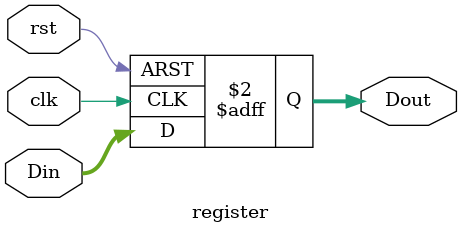
<source format=v>
`timescale 1ns / 1ps
module register( Din, clk, rst, Dout);
input [19:0] Din;
input clk, rst;
output [19:0] Dout;
wire [19:0] Din;
wire clk, rst;
reg [19:0] Dout;

always @(posedge clk , posedge rst)
begin 
		if(rst)

		     Dout <= 20'b0;
		
		else
		
				Dout <= Din;
end			
endmodule

</source>
